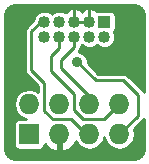
<source format=gbl>
G04 #@! TF.FileFunction,Copper,L2,Bot,Signal*
%FSLAX46Y46*%
G04 Gerber Fmt 4.6, Leading zero omitted, Abs format (unit mm)*
G04 Created by KiCad (PCBNEW (2015-01-02 BZR 5348)-product) date 4/1/2015 11:05:10 PM*
%MOMM*%
G01*
G04 APERTURE LIST*
%ADD10C,0.100000*%
%ADD11R,1.727200X1.727200*%
%ADD12O,1.727200X1.727200*%
%ADD13R,1.016000X1.016000*%
%ADD14C,1.016000*%
%ADD15C,0.889000*%
%ADD16C,0.254000*%
G04 APERTURE END LIST*
D10*
D11*
X142240000Y-100330000D03*
D12*
X142240000Y-97790000D03*
X144780000Y-100330000D03*
X144780000Y-97790000D03*
X147320000Y-100330000D03*
X147320000Y-97790000D03*
X149860000Y-100330000D03*
X149860000Y-97790000D03*
D13*
X148590000Y-90805000D03*
D14*
X148590000Y-92075000D03*
X147320000Y-90805000D03*
X147320000Y-92075000D03*
X146050000Y-90805000D03*
X146050000Y-92075000D03*
X144780000Y-90805000D03*
X144780000Y-92075000D03*
X143510000Y-90805000D03*
X143510000Y-92075000D03*
D15*
X146304000Y-94208600D03*
D16*
X151434800Y-98755200D02*
X149860000Y-100330000D01*
X151434800Y-97002600D02*
X151434800Y-98755200D01*
X150190200Y-95758000D02*
X151434800Y-97002600D01*
X147853400Y-95758000D02*
X150190200Y-95758000D01*
X146304000Y-94208600D02*
X147853400Y-95758000D01*
X143510000Y-90805000D02*
X143230600Y-90805000D01*
X143230600Y-90805000D02*
X142417800Y-91617800D01*
X142417800Y-91617800D02*
X142417800Y-94894400D01*
X142417800Y-94894400D02*
X143510000Y-95986600D01*
X143510000Y-95986600D02*
X143510000Y-98348800D01*
X143510000Y-98348800D02*
X144221200Y-99060000D01*
X144221200Y-99060000D02*
X145745200Y-99060000D01*
X145745200Y-99060000D02*
X147015200Y-100330000D01*
X147015200Y-100330000D02*
X147320000Y-100330000D01*
X144780000Y-92075000D02*
X144780000Y-93014800D01*
X144094200Y-94970600D02*
X146050000Y-96926400D01*
X144094200Y-93700600D02*
X144094200Y-94970600D01*
X144780000Y-93014800D02*
X144094200Y-93700600D01*
X148590000Y-99060000D02*
X149860000Y-97790000D01*
X146812000Y-99060000D02*
X148590000Y-99060000D01*
X146050000Y-98298000D02*
X146812000Y-99060000D01*
X146050000Y-96926400D02*
X146050000Y-98298000D01*
X147320000Y-90805000D02*
X147320000Y-89535000D01*
X146050000Y-90805000D02*
X146050000Y-89509600D01*
X146050000Y-90805000D02*
X147320000Y-90805000D01*
X146050000Y-92075000D02*
X146050000Y-92913200D01*
X144932400Y-94691200D02*
X147320000Y-97078800D01*
X144932400Y-94030800D02*
X144932400Y-94691200D01*
X146050000Y-92913200D02*
X144932400Y-94030800D01*
X147320000Y-97078800D02*
X147320000Y-97790000D01*
G36*
X146179678Y-90883211D02*
X146064142Y-90998747D01*
X146050000Y-90984605D01*
X146035857Y-90998747D01*
X145856252Y-90819142D01*
X145870395Y-90805000D01*
X145856252Y-90790857D01*
X146035857Y-90611252D01*
X146050000Y-90625395D01*
X146064142Y-90611252D01*
X146167897Y-90715007D01*
X146179678Y-90883211D01*
X146179678Y-90883211D01*
G37*
X146179678Y-90883211D02*
X146064142Y-90998747D01*
X146050000Y-90984605D01*
X146035857Y-90998747D01*
X145856252Y-90819142D01*
X145870395Y-90805000D01*
X145856252Y-90790857D01*
X146035857Y-90611252D01*
X146050000Y-90625395D01*
X146064142Y-90611252D01*
X146167897Y-90715007D01*
X146179678Y-90883211D01*
G36*
X147513747Y-90819142D02*
X147334142Y-90998747D01*
X147320000Y-90984605D01*
X147305857Y-90998747D01*
X147202102Y-90894992D01*
X147190321Y-90726788D01*
X147305857Y-90611252D01*
X147320000Y-90625395D01*
X147334142Y-90611252D01*
X147513747Y-90790857D01*
X147499605Y-90805000D01*
X147513747Y-90819142D01*
X147513747Y-90819142D01*
G37*
X147513747Y-90819142D02*
X147334142Y-90998747D01*
X147320000Y-90984605D01*
X147305857Y-90998747D01*
X147202102Y-90894992D01*
X147190321Y-90726788D01*
X147305857Y-90611252D01*
X147320000Y-90625395D01*
X147334142Y-90611252D01*
X147513747Y-90790857D01*
X147499605Y-90805000D01*
X147513747Y-90819142D01*
G36*
X151918200Y-101552549D02*
X151849481Y-101898018D01*
X151680668Y-102150667D01*
X151428019Y-102319481D01*
X151082548Y-102388200D01*
X141017450Y-102388200D01*
X140671981Y-102319481D01*
X140419332Y-102150668D01*
X140250518Y-101898019D01*
X140181800Y-101552548D01*
X140181800Y-90217451D01*
X140250518Y-89871980D01*
X140419332Y-89619331D01*
X140671981Y-89450518D01*
X141017450Y-89381800D01*
X151082548Y-89381800D01*
X151428019Y-89450518D01*
X151680668Y-89619332D01*
X151849481Y-89871981D01*
X151918200Y-90217450D01*
X151918200Y-96739571D01*
X151829931Y-96607469D01*
X150585331Y-95362869D01*
X150404044Y-95241736D01*
X150190200Y-95199200D01*
X148084862Y-95199200D01*
X147180225Y-94294563D01*
X147180452Y-94035058D01*
X147047324Y-93712864D01*
X146801032Y-93466142D01*
X146479072Y-93332452D01*
X146421060Y-93332401D01*
X146445131Y-93308331D01*
X146566264Y-93127044D01*
X146566264Y-93127043D01*
X146608800Y-92913200D01*
X146608800Y-92845094D01*
X146684948Y-92769078D01*
X146786951Y-92871259D01*
X147132242Y-93014637D01*
X147506118Y-93014963D01*
X147851659Y-92872188D01*
X147954948Y-92769078D01*
X148056951Y-92871259D01*
X148402242Y-93014637D01*
X148776118Y-93014963D01*
X149121659Y-92872188D01*
X149386259Y-92608049D01*
X149529637Y-92262758D01*
X149529963Y-91888882D01*
X149416095Y-91613302D01*
X149504216Y-91482755D01*
X149538259Y-91313000D01*
X149538259Y-90297000D01*
X149506315Y-90132356D01*
X149411258Y-89987649D01*
X149267755Y-89890784D01*
X149098000Y-89856741D01*
X148082000Y-89856741D01*
X147917356Y-89888685D01*
X147915289Y-89890042D01*
X147898176Y-89793144D01*
X147466945Y-89648909D01*
X147013343Y-89680678D01*
X146741824Y-89793144D01*
X146711702Y-89963689D01*
X146685000Y-89990392D01*
X146658297Y-89963689D01*
X146628176Y-89793144D01*
X146196945Y-89648909D01*
X145743343Y-89680678D01*
X145471824Y-89793144D01*
X145433686Y-90009078D01*
X145317506Y-89892898D01*
X145234344Y-89976059D01*
X144967758Y-89865363D01*
X144593882Y-89865037D01*
X144248341Y-90007812D01*
X144145051Y-90110921D01*
X144043049Y-90008741D01*
X143697758Y-89865363D01*
X143323882Y-89865037D01*
X142978341Y-90007812D01*
X142713741Y-90271951D01*
X142570363Y-90617242D01*
X142570312Y-90675025D01*
X142022669Y-91222669D01*
X141901536Y-91403956D01*
X141859000Y-91617800D01*
X141859000Y-94894400D01*
X141901536Y-95108244D01*
X142022669Y-95289531D01*
X142951200Y-96218062D01*
X142951200Y-96720223D01*
X142761106Y-96593206D01*
X142265378Y-96494600D01*
X142214622Y-96494600D01*
X141718894Y-96593206D01*
X141298636Y-96874014D01*
X141017828Y-97294272D01*
X140919222Y-97790000D01*
X141017828Y-98285728D01*
X141298636Y-98705986D01*
X141718894Y-98986794D01*
X141916705Y-99026141D01*
X141376400Y-99026141D01*
X141211756Y-99058085D01*
X141067049Y-99153142D01*
X140970184Y-99296645D01*
X140936141Y-99466400D01*
X140936141Y-101193600D01*
X140968085Y-101358244D01*
X141063142Y-101502951D01*
X141206645Y-101599816D01*
X141376400Y-101633859D01*
X143103600Y-101633859D01*
X143268244Y-101601915D01*
X143412951Y-101506858D01*
X143509816Y-101363355D01*
X143543859Y-101193600D01*
X143543859Y-101155942D01*
X143891510Y-101536821D01*
X144420973Y-101784968D01*
X144653000Y-101664469D01*
X144653000Y-100457000D01*
X144633000Y-100457000D01*
X144633000Y-100203000D01*
X144653000Y-100203000D01*
X144653000Y-100183000D01*
X144907000Y-100183000D01*
X144907000Y-100203000D01*
X144927000Y-100203000D01*
X144927000Y-100457000D01*
X144907000Y-100457000D01*
X144907000Y-101664469D01*
X145139027Y-101784968D01*
X145668490Y-101536821D01*
X146062688Y-101104947D01*
X146147529Y-100900110D01*
X146378636Y-101245986D01*
X146798894Y-101526794D01*
X147294622Y-101625400D01*
X147345378Y-101625400D01*
X147841106Y-101526794D01*
X148261364Y-101245986D01*
X148542172Y-100825728D01*
X148590000Y-100585279D01*
X148637828Y-100825728D01*
X148918636Y-101245986D01*
X149338894Y-101526794D01*
X149834622Y-101625400D01*
X149885378Y-101625400D01*
X150381106Y-101526794D01*
X150801364Y-101245986D01*
X151082172Y-100825728D01*
X151180778Y-100330000D01*
X151092760Y-99887502D01*
X151829931Y-99150331D01*
X151829932Y-99150331D01*
X151918200Y-99018228D01*
X151918200Y-101552549D01*
X151918200Y-101552549D01*
G37*
X151918200Y-101552549D02*
X151849481Y-101898018D01*
X151680668Y-102150667D01*
X151428019Y-102319481D01*
X151082548Y-102388200D01*
X141017450Y-102388200D01*
X140671981Y-102319481D01*
X140419332Y-102150668D01*
X140250518Y-101898019D01*
X140181800Y-101552548D01*
X140181800Y-90217451D01*
X140250518Y-89871980D01*
X140419332Y-89619331D01*
X140671981Y-89450518D01*
X141017450Y-89381800D01*
X151082548Y-89381800D01*
X151428019Y-89450518D01*
X151680668Y-89619332D01*
X151849481Y-89871981D01*
X151918200Y-90217450D01*
X151918200Y-96739571D01*
X151829931Y-96607469D01*
X150585331Y-95362869D01*
X150404044Y-95241736D01*
X150190200Y-95199200D01*
X148084862Y-95199200D01*
X147180225Y-94294563D01*
X147180452Y-94035058D01*
X147047324Y-93712864D01*
X146801032Y-93466142D01*
X146479072Y-93332452D01*
X146421060Y-93332401D01*
X146445131Y-93308331D01*
X146566264Y-93127044D01*
X146566264Y-93127043D01*
X146608800Y-92913200D01*
X146608800Y-92845094D01*
X146684948Y-92769078D01*
X146786951Y-92871259D01*
X147132242Y-93014637D01*
X147506118Y-93014963D01*
X147851659Y-92872188D01*
X147954948Y-92769078D01*
X148056951Y-92871259D01*
X148402242Y-93014637D01*
X148776118Y-93014963D01*
X149121659Y-92872188D01*
X149386259Y-92608049D01*
X149529637Y-92262758D01*
X149529963Y-91888882D01*
X149416095Y-91613302D01*
X149504216Y-91482755D01*
X149538259Y-91313000D01*
X149538259Y-90297000D01*
X149506315Y-90132356D01*
X149411258Y-89987649D01*
X149267755Y-89890784D01*
X149098000Y-89856741D01*
X148082000Y-89856741D01*
X147917356Y-89888685D01*
X147915289Y-89890042D01*
X147898176Y-89793144D01*
X147466945Y-89648909D01*
X147013343Y-89680678D01*
X146741824Y-89793144D01*
X146711702Y-89963689D01*
X146685000Y-89990392D01*
X146658297Y-89963689D01*
X146628176Y-89793144D01*
X146196945Y-89648909D01*
X145743343Y-89680678D01*
X145471824Y-89793144D01*
X145433686Y-90009078D01*
X145317506Y-89892898D01*
X145234344Y-89976059D01*
X144967758Y-89865363D01*
X144593882Y-89865037D01*
X144248341Y-90007812D01*
X144145051Y-90110921D01*
X144043049Y-90008741D01*
X143697758Y-89865363D01*
X143323882Y-89865037D01*
X142978341Y-90007812D01*
X142713741Y-90271951D01*
X142570363Y-90617242D01*
X142570312Y-90675025D01*
X142022669Y-91222669D01*
X141901536Y-91403956D01*
X141859000Y-91617800D01*
X141859000Y-94894400D01*
X141901536Y-95108244D01*
X142022669Y-95289531D01*
X142951200Y-96218062D01*
X142951200Y-96720223D01*
X142761106Y-96593206D01*
X142265378Y-96494600D01*
X142214622Y-96494600D01*
X141718894Y-96593206D01*
X141298636Y-96874014D01*
X141017828Y-97294272D01*
X140919222Y-97790000D01*
X141017828Y-98285728D01*
X141298636Y-98705986D01*
X141718894Y-98986794D01*
X141916705Y-99026141D01*
X141376400Y-99026141D01*
X141211756Y-99058085D01*
X141067049Y-99153142D01*
X140970184Y-99296645D01*
X140936141Y-99466400D01*
X140936141Y-101193600D01*
X140968085Y-101358244D01*
X141063142Y-101502951D01*
X141206645Y-101599816D01*
X141376400Y-101633859D01*
X143103600Y-101633859D01*
X143268244Y-101601915D01*
X143412951Y-101506858D01*
X143509816Y-101363355D01*
X143543859Y-101193600D01*
X143543859Y-101155942D01*
X143891510Y-101536821D01*
X144420973Y-101784968D01*
X144653000Y-101664469D01*
X144653000Y-100457000D01*
X144633000Y-100457000D01*
X144633000Y-100203000D01*
X144653000Y-100203000D01*
X144653000Y-100183000D01*
X144907000Y-100183000D01*
X144907000Y-100203000D01*
X144927000Y-100203000D01*
X144927000Y-100457000D01*
X144907000Y-100457000D01*
X144907000Y-101664469D01*
X145139027Y-101784968D01*
X145668490Y-101536821D01*
X146062688Y-101104947D01*
X146147529Y-100900110D01*
X146378636Y-101245986D01*
X146798894Y-101526794D01*
X147294622Y-101625400D01*
X147345378Y-101625400D01*
X147841106Y-101526794D01*
X148261364Y-101245986D01*
X148542172Y-100825728D01*
X148590000Y-100585279D01*
X148637828Y-100825728D01*
X148918636Y-101245986D01*
X149338894Y-101526794D01*
X149834622Y-101625400D01*
X149885378Y-101625400D01*
X150381106Y-101526794D01*
X150801364Y-101245986D01*
X151082172Y-100825728D01*
X151180778Y-100330000D01*
X151092760Y-99887502D01*
X151829931Y-99150331D01*
X151829932Y-99150331D01*
X151918200Y-99018228D01*
X151918200Y-101552549D01*
M02*

</source>
